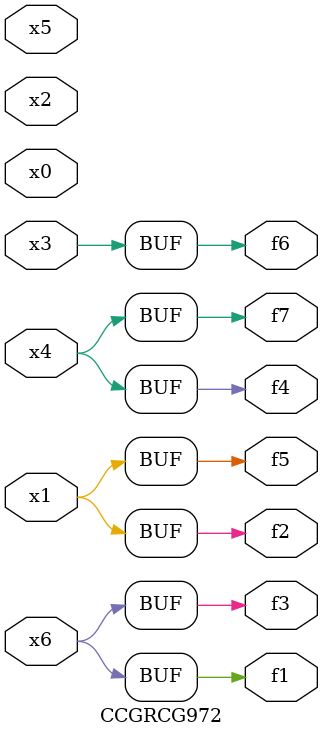
<source format=v>
module CCGRCG972(
	input x0, x1, x2, x3, x4, x5, x6,
	output f1, f2, f3, f4, f5, f6, f7
);
	assign f1 = x6;
	assign f2 = x1;
	assign f3 = x6;
	assign f4 = x4;
	assign f5 = x1;
	assign f6 = x3;
	assign f7 = x4;
endmodule

</source>
